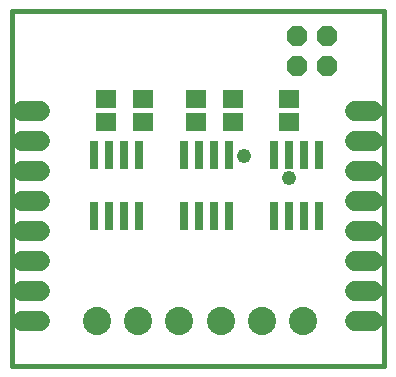
<source format=gbs>
G75*
%MOIN*%
%OFA0B0*%
%FSLAX25Y25*%
%IPPOS*%
%LPD*%
%AMOC8*
5,1,8,0,0,1.08239X$1,22.5*
%
%ADD10C,0.01600*%
%ADD11C,0.06800*%
%ADD12R,0.06706X0.05918*%
%ADD13OC8,0.06800*%
%ADD14R,0.03162X0.09461*%
%ADD15C,0.09400*%
%ADD16C,0.04762*%
D10*
X0008250Y0002200D02*
X0008250Y0120310D01*
X0132266Y0120310D01*
X0132266Y0002200D01*
X0008250Y0002200D01*
D11*
X0011500Y0017200D02*
X0017500Y0017200D01*
X0017500Y0027200D02*
X0011500Y0027200D01*
X0011500Y0037200D02*
X0017500Y0037200D01*
X0017500Y0047200D02*
X0011500Y0047200D01*
X0011500Y0057200D02*
X0017500Y0057200D01*
X0017500Y0067200D02*
X0011500Y0067200D01*
X0011500Y0077200D02*
X0017500Y0077200D01*
X0017500Y0087200D02*
X0011500Y0087200D01*
X0122750Y0087200D02*
X0128750Y0087200D01*
X0128750Y0077200D02*
X0122750Y0077200D01*
X0122750Y0067200D02*
X0128750Y0067200D01*
X0128750Y0057200D02*
X0122750Y0057200D01*
X0122750Y0047200D02*
X0128750Y0047200D01*
X0128750Y0037200D02*
X0122750Y0037200D01*
X0122750Y0027200D02*
X0128750Y0027200D01*
X0128750Y0017200D02*
X0122750Y0017200D01*
D12*
X0100750Y0083460D03*
X0100750Y0090940D03*
X0082000Y0090940D03*
X0082000Y0083460D03*
X0069500Y0083460D03*
X0069500Y0090940D03*
X0052000Y0090940D03*
X0052000Y0083460D03*
X0039500Y0083460D03*
X0039500Y0090940D03*
D13*
X0103250Y0102200D03*
X0113250Y0102200D03*
X0113250Y0112200D03*
X0103250Y0112200D03*
D14*
X0100750Y0072436D03*
X0105750Y0072436D03*
X0110750Y0072436D03*
X0095750Y0072436D03*
X0080750Y0072436D03*
X0075750Y0072436D03*
X0070750Y0072436D03*
X0065750Y0072436D03*
X0050750Y0072436D03*
X0045750Y0072436D03*
X0040750Y0072436D03*
X0035750Y0072436D03*
X0035750Y0051964D03*
X0040750Y0051964D03*
X0045750Y0051964D03*
X0050750Y0051964D03*
X0065750Y0051964D03*
X0070750Y0051964D03*
X0075750Y0051964D03*
X0080750Y0051964D03*
X0095750Y0051964D03*
X0100750Y0051964D03*
X0105750Y0051964D03*
X0110750Y0051964D03*
D15*
X0105337Y0017200D03*
X0091557Y0017200D03*
X0077837Y0017200D03*
X0064057Y0017200D03*
X0050337Y0017200D03*
X0036557Y0017200D03*
D16*
X0085750Y0072200D03*
X0100750Y0064700D03*
M02*

</source>
